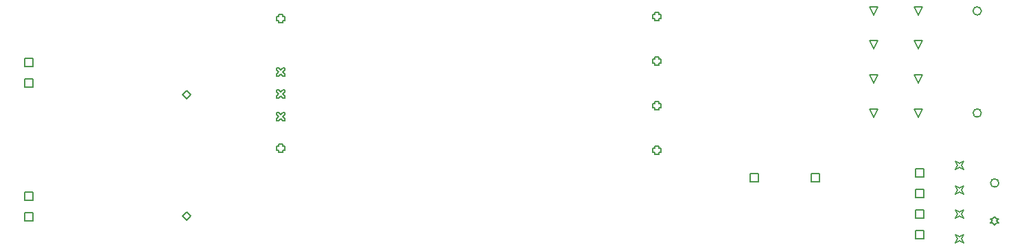
<source format=gbr>
%TF.GenerationSoftware,Altium Limited,Altium Designer,19.1.8 (144)*%
G04 Layer_Color=2752767*
%FSLAX26Y26*%
%MOIN*%
%TF.FileFunction,Drawing*%
%TF.Part,Single*%
G01*
G75*
%TA.AperFunction,NonConductor*%
%ADD73C,0.005000*%
%ADD74C,0.006667*%
D73*
X5637638Y4050000D02*
Y4090000D01*
X5677638D01*
Y4050000D01*
X5637638D01*
X5342362D02*
Y4090000D01*
X5382362D01*
Y4050000D01*
X5342362D01*
X5941060Y4365000D02*
X5921060Y4405000D01*
X5961060D01*
X5941060Y4365000D01*
Y4530350D02*
X5921060Y4570350D01*
X5961060D01*
X5941060Y4530350D01*
Y4695710D02*
X5921060Y4735710D01*
X5961060D01*
X5941060Y4695710D01*
Y4861060D02*
X5921060Y4901060D01*
X5961060D01*
X5941060Y4861060D01*
X6157600Y4365000D02*
X6137600Y4405000D01*
X6177600D01*
X6157600Y4365000D01*
Y4530350D02*
X6137600Y4570350D01*
X6177600D01*
X6157600Y4530350D01*
Y4695710D02*
X6137600Y4735710D01*
X6177600D01*
X6157600Y4695710D01*
Y4861060D02*
X6137600Y4901060D01*
X6177600D01*
X6157600Y4861060D01*
X6530000Y3839961D02*
X6540000Y3849961D01*
X6550000D01*
X6540000Y3859961D01*
X6550000Y3869961D01*
X6540000D01*
X6530000Y3879961D01*
X6520000Y3869961D01*
X6510000D01*
X6520000Y3859961D01*
X6510000Y3849961D01*
X6520000D01*
X6530000Y3839961D01*
X6339921Y4109646D02*
X6349921Y4129646D01*
X6339921Y4149646D01*
X6359921Y4139646D01*
X6379921Y4149646D01*
X6369921Y4129646D01*
X6379921Y4109646D01*
X6359921Y4119646D01*
X6339921Y4109646D01*
Y3991535D02*
X6349921Y4011535D01*
X6339921Y4031535D01*
X6359921Y4021535D01*
X6379921Y4031535D01*
X6369921Y4011535D01*
X6379921Y3991535D01*
X6359921Y4001535D01*
X6339921Y3991535D01*
Y3873425D02*
X6349921Y3893425D01*
X6339921Y3913425D01*
X6359921Y3903425D01*
X6379921Y3913425D01*
X6369921Y3893425D01*
X6379921Y3873425D01*
X6359921Y3883425D01*
X6339921Y3873425D01*
Y3755315D02*
X6349921Y3775315D01*
X6339921Y3795315D01*
X6359921Y3785315D01*
X6379921Y3795315D01*
X6369921Y3775315D01*
X6379921Y3755315D01*
X6359921Y3765315D01*
X6339921Y3755315D01*
X6145000Y3775000D02*
Y3815000D01*
X6185000D01*
Y3775000D01*
X6145000D01*
Y3875000D02*
Y3915000D01*
X6185000D01*
Y3875000D01*
X6145000D01*
Y3975000D02*
Y4015000D01*
X6185000D01*
Y3975000D01*
X6145000D01*
Y4075000D02*
Y4115000D01*
X6185000D01*
Y4075000D01*
X6145000D01*
X3052008Y4834961D02*
Y4824961D01*
X3072008D01*
Y4834961D01*
X3082008D01*
Y4854961D01*
X3072008D01*
Y4864961D01*
X3052008D01*
Y4854961D01*
X3042008D01*
Y4834961D01*
X3052008D01*
X3042008Y4564331D02*
X3052008D01*
X3062008Y4574331D01*
X3072008Y4564331D01*
X3082008D01*
Y4574331D01*
X3072008Y4584331D01*
X3082008Y4594331D01*
Y4604331D01*
X3072008D01*
X3062008Y4594331D01*
X3052008Y4604331D01*
X3042008D01*
Y4594331D01*
X3052008Y4584331D01*
X3042008Y4574331D01*
Y4564331D01*
Y4455669D02*
X3052008D01*
X3062008Y4465669D01*
X3072008Y4455669D01*
X3082008D01*
Y4465669D01*
X3072008Y4475669D01*
X3082008Y4485669D01*
Y4495669D01*
X3072008D01*
X3062008Y4485669D01*
X3052008Y4495669D01*
X3042008D01*
Y4485669D01*
X3052008Y4475669D01*
X3042008Y4465669D01*
Y4455669D01*
Y4347402D02*
X3052008D01*
X3062008Y4357402D01*
X3072008Y4347402D01*
X3082008D01*
Y4357402D01*
X3072008Y4367402D01*
X3082008Y4377402D01*
Y4387402D01*
X3072008D01*
X3062008Y4377402D01*
X3052008Y4387402D01*
X3042008D01*
Y4377402D01*
X3052008Y4367402D01*
X3042008Y4357402D01*
Y4347402D01*
X3052008Y4205039D02*
Y4195039D01*
X3072008D01*
Y4205039D01*
X3082008D01*
Y4225039D01*
X3072008D01*
Y4235039D01*
X3052008D01*
Y4225039D01*
X3042008D01*
Y4205039D01*
X3052008D01*
X4877992Y4844803D02*
Y4834803D01*
X4897992D01*
Y4844803D01*
X4907992D01*
Y4864803D01*
X4897992D01*
Y4874803D01*
X4877992D01*
Y4864803D01*
X4867992D01*
Y4844803D01*
X4877992D01*
Y4628268D02*
Y4618268D01*
X4897992D01*
Y4628268D01*
X4907992D01*
Y4648268D01*
X4897992D01*
Y4658268D01*
X4877992D01*
Y4648268D01*
X4867992D01*
Y4628268D01*
X4877992D01*
Y4411732D02*
Y4401732D01*
X4897992D01*
Y4411732D01*
X4907992D01*
Y4431732D01*
X4897992D01*
Y4441732D01*
X4877992D01*
Y4431732D01*
X4867992D01*
Y4411732D01*
X4877992D01*
Y4195197D02*
Y4185197D01*
X4897992D01*
Y4195197D01*
X4907992D01*
Y4215197D01*
X4897992D01*
Y4225197D01*
X4877992D01*
Y4215197D01*
X4867992D01*
Y4195197D01*
X4877992D01*
X1820000Y4610000D02*
Y4650000D01*
X1860000D01*
Y4610000D01*
X1820000D01*
Y4510000D02*
Y4550000D01*
X1860000D01*
Y4510000D01*
X1820000D01*
Y3960000D02*
Y4000000D01*
X1860000D01*
Y3960000D01*
X1820000D01*
Y3860000D02*
Y3900000D01*
X1860000D01*
Y3860000D01*
X1820000D01*
X2585000Y3885000D02*
X2605000Y3905000D01*
X2625000Y3885000D01*
X2605000Y3865000D01*
X2585000Y3885000D01*
Y4475551D02*
X2605000Y4495551D01*
X2625000Y4475551D01*
X2605000Y4455551D01*
X2585000Y4475551D01*
D74*
X6465000Y4881060D02*
G03*
X6465000Y4881060I-20000J0D01*
G01*
Y4385000D02*
G03*
X6465000Y4385000I-20000J0D01*
G01*
X6550000Y4045000D02*
G03*
X6550000Y4045000I-20000J0D01*
G01*
%TF.MD5,5a91a7c3eff6fc94143ecf1b645c9d6a*%
M02*

</source>
